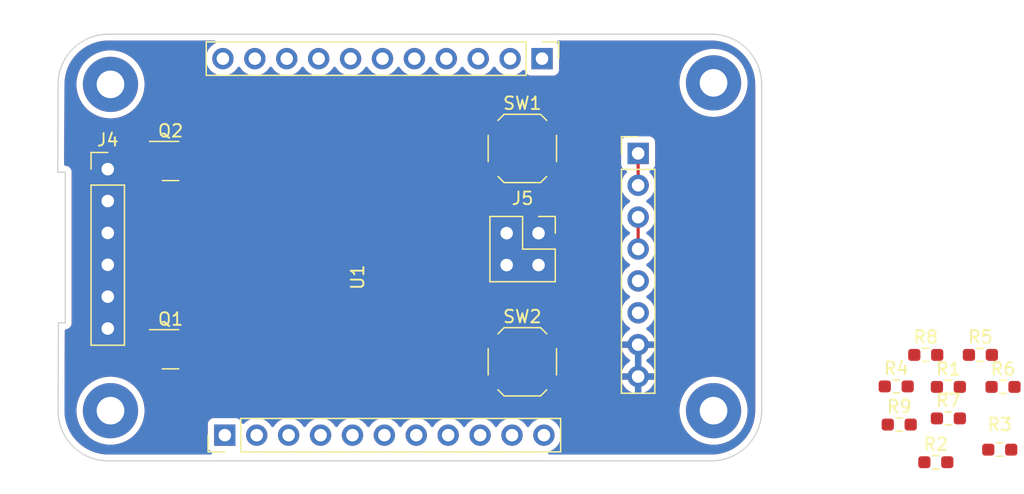
<source format=kicad_pcb>
(kicad_pcb (version 20211014) (generator pcbnew)
  (layers (0 "F.Cu" signal) (31 "B.Cu" signal) (34 "B.Paste" user) (35 "F.Paste" user) (36 "B.SilkS" user "B.Silkscreen") (37 "F.SilkS" user "F.Silkscreen") (38 "B.Mask" user) (39 "F.Mask" user) (44 "Edge.Cuts" user))
  (net 0 "")
  (net 1 "GND")
  (net 2 "/A0")
  (net 3 "/A1")
  (net 4 "/A2")
  (net 5 "VCC")
  (net 6 "/D1")
  (net 7 "/D0")
  (net 8 "/D2")
  (net 9 "/D7")
  (net 10 "/D14")
  (net 11 "/D15")
  (net 12 "/D16")
  (net 13 "/D17")
  (net 14 "/D11")
  (net 15 "/D3")
  (net 16 "/D4_A6")
  (net 17 "/D12_A10")
  (net 18 "/D6_A7")
  (net 19 "/D8")
  (net 20 "/D9_A8")
  (net 21 "/D10")
  (net 22 "/D5")
  (net 23 "/D13")
  (net 24 "/A3")
  (net 25 "/A4")
  (net 26 "/A5")
  (net 27 "+3V3")
  (net 28 "/RTS")
  (net 29 "/GPIO16")
  (net 30 "/GPIO14")
  (net 31 "/GPIO12")
  (net 32 "/GPIO13")
  (net 33 "/DTR")
  (net 34 "Net-(Q1-Pad2)")
  (net 35 "/GPIO0")
  (net 36 "/RESET")
  (net 37 "Net-(Q2-Pad2)")
  (net 38 "Net-(R1-Pad2)")
  (net 39 "/SCL")
  (net 40 "/SDA")
  (net 41 "Net-(R6-Pad1)")
  (net 42 "Net-(R7-Pad1)")
  (footprint "Connector_PinHeader_2.54mm:PinHeader_1x11_P2.54mm_Vertical" (layer "F.Cu") (at 118.56798 50.84452 -90)
    (fp_text reference "J1")
    (fp_text value "Conn_01x11")
    (fp_line (start -1.33 0) (end -1.33 -1.33) (layer "F.SilkS") (width 0.12))
    (fp_line (start 1.33 1.27) (end 1.33 26.73) (layer "F.SilkS") (width 0.12))
    (fp_line (start -1.33 -1.33) (end 0 -1.33) (layer "F.SilkS") (width 0.12))
    (fp_line (start -1.33 1.27) (end 1.33 1.27) (layer "F.SilkS") (width 0.12))
    (fp_line (start -1.33 1.27) (end -1.33 26.73) (layer "F.SilkS") (width 0.12))
    (fp_line (start -1.33 26.73) (end 1.33 26.73) (layer "F.SilkS") (width 0.12))
    (pad "1" thru_hole rect locked (at 0 0 270) (size 1.7 1.7) (drill 1) (layers *.Cu *.Mask) (net 2 "/A0"))
    (pad "2" thru_hole oval locked (at 0 2.54 270) (size 1.7 1.7) (drill 1) (layers *.Cu *.Mask) (net 3 "/A1"))
    (pad "3" thru_hole oval locked (at 0 5.08 270) (size 1.7 1.7) (drill 1) (layers *.Cu *.Mask) (net 4 "/A2"))
    (pad "4" thru_hole oval locked (at 0 7.62 270) (size 1.7 1.7) (drill 1) (layers *.Cu *.Mask) (net 24 "/A3"))
    (pad "5" thru_hole oval locked (at 0 10.16 270) (size 1.7 1.7) (drill 1) (layers *.Cu *.Mask) (net 25 "/A4"))
    (pad "6" thru_hole oval locked (at 0 12.7 270) (size 1.7 1.7) (drill 1) (layers *.Cu *.Mask) (net 26 "/A5"))
    (pad "7" thru_hole oval locked (at 0 15.24 270) (size 1.7 1.7) (drill 1) (layers *.Cu *.Mask) (net 9 "/D7"))
    (pad "8" thru_hole oval locked (at 0 17.78 270) (size 1.7 1.7) (drill 1) (layers *.Cu *.Mask) (net 10 "/D14"))
    (pad "9" thru_hole oval locked (at 0 20.32 270) (size 1.7 1.7) (drill 1) (layers *.Cu *.Mask) (net 11 "/D15"))
    (pad "10" thru_hole oval locked (at 0 22.86 270) (size 1.7 1.7) (drill 1) (layers *.Cu *.Mask) (net 12 "/D16"))
    (pad "11" thru_hole oval locked (at 0 25.4 270) (size 1.7 1.7) (drill 1) (layers *.Cu *.Mask) (net 13 "/D17"))
  )
  (footprint "Package_TO_SOT_SMD:SOT-23" (layer "F.Cu") (at 89 59)
    (fp_text reference "Q2" (at 0 -2.4) (layer "F.SilkS"))
    (fp_text value "2N3904")
    (fp_line (start 0 1.56) (end 0.65 1.56) (layer "F.SilkS") (width 0.12))
    (fp_line (start 0 -1.56) (end -1.675 -1.56) (layer "F.SilkS") (width 0.12))
    (fp_line (start 0 1.56) (end -0.65 1.56) (layer "F.SilkS") (width 0.12))
    (fp_line (start 0 -1.56) (end 0.65 -1.56) (layer "F.SilkS") (width 0.12))
    (pad "1" smd roundrect locked (at -0.9375 -0.95) (size 1.475 0.6) (layers "F.Cu" "F.Paste" "F.Mask") (net 36 "/RESET"))
    (pad "2" smd roundrect locked (at -0.9375 0.95) (size 1.475 0.6) (layers "F.Cu" "F.Paste" "F.Mask") (net 37 "Net-(Q2-Pad2)"))
    (pad "3" smd roundrect locked (at 0.9375 0) (size 1.475 0.6) (layers "F.Cu" "F.Paste" "F.Mask") (net 28 "/RTS"))
  )
  (footprint "ESP8266:ESP-12E_SMD" (layer "F.Cu") (at 95 61.9125)
    (fp_text reference "U1" (at 8.89 6.35 90) (layer "F.SilkS"))
    (fp_text value "ESP-12F" hide)
    (pad "1" smd rect locked (at 0 0) (size 2.5 1.1) (drill (offset -0.7 0)) (layers "F.Cu" "F.Paste" "F.Mask") (net 36 "/RESET"))
    (pad "2" smd rect locked (at 0 2) (size 2.5 1.1) (drill (offset -0.7 0)) (layers "F.Cu" "F.Paste" "F.Mask"))
    (pad "3" smd rect locked (at 0 4) (size 2.5 1.1) (drill (offset -0.7 0)) (layers "F.Cu" "F.Paste" "F.Mask") (net 38 "Net-(R1-Pad2)"))
    (pad "4" smd rect locked (at 0 6) (size 2.5 1.1) (drill (offset -0.7 0)) (layers "F.Cu" "F.Paste" "F.Mask") (net 29 "/GPIO16"))
    (pad "5" smd rect locked (at 0 8) (size 2.5 1.1) (drill (offset -0.7 0)) (layers "F.Cu" "F.Paste" "F.Mask") (net 30 "/GPIO14"))
    (pad "6" smd rect locked (at 0 10) (size 2.5 1.1) (drill (offset -0.7 0)) (layers "F.Cu" "F.Paste" "F.Mask") (net 31 "/GPIO12"))
    (pad "7" smd rect locked (at 0 12) (size 2.5 1.1) (drill (offset -0.7 0)) (layers "F.Cu" "F.Paste" "F.Mask") (net 32 "/GPIO13"))
    (pad "8" smd rect locked (at 0 14) (size 2.5 1.1) (drill (offset -0.7 0)) (layers "F.Cu" "F.Paste" "F.Mask") (net 27 "+3V3"))
    (pad "9" smd rect locked (at 14 14) (size 2.5 1.1) (drill (offset 0.7 0)) (layers "F.Cu" "F.Paste" "F.Mask") (net 1 "GND"))
    (pad "10" smd rect locked (at 14 12) (size 2.5 1.1) (drill (offset 0.7 0)) (layers "F.Cu" "F.Paste" "F.Mask") (net 42 "Net-(R7-Pad1)"))
    (pad "11" smd rect locked (at 14 10) (size 2.5 1.1) (drill (offset 0.7 0)) (layers "F.Cu" "F.Paste" "F.Mask") (net 41 "Net-(R6-Pad1)"))
    (pad "12" smd rect locked (at 14 8) (size 2.5 1.1) (drill (offset 0.7 0)) (layers "F.Cu" "F.Paste" "F.Mask") (net 35 "/GPIO0"))
    (pad "13" smd rect locked (at 14 6) (size 2.5 1.1) (drill (offset 0.7 0)) (layers "F.Cu" "F.Paste" "F.Mask") (net 40 "/SDA"))
    (pad "14" smd rect locked (at 14 4) (size 2.5 1.1) (drill (offset 0.7 0)) (layers "F.Cu" "F.Paste" "F.Mask") (net 39 "/SCL"))
    (pad "15" smd rect locked (at 14 2) (size 2.5 1.1) (drill (offset 0.7 0)) (layers "F.Cu" "F.Paste" "F.Mask") (net 6 "/D1"))
    (pad "16" smd rect locked (at 14 0) (size 2.5 1.1) (drill (offset 0.7 0)) (layers "F.Cu" "F.Paste" "F.Mask") (net 7 "/D0"))
    (pad "17" smd rect locked (at 1.99 15 90) (size 2.5 1.1) (drill (offset -0.7 0)) (layers "F.Cu" "F.Paste" "F.Mask"))
    (pad "18" smd rect locked (at 3.99 15 90) (size 2.5 1.1) (drill (offset -0.7 0)) (layers "F.Cu" "F.Paste" "F.Mask"))
    (pad "19" smd rect locked (at 5.99 15 90) (size 2.5 1.1) (drill (offset -0.7 0)) (layers "F.Cu" "F.Paste" "F.Mask"))
    (pad "20" smd rect locked (at 7.99 15 90) (size 2.5 1.1) (drill (offset -0.7 0)) (layers "F.Cu" "F.Paste" "F.Mask"))
    (pad "21" smd rect locked (at 9.99 15 90) (size 2.5 1.1) (drill (offset -0.7 0)) (layers "F.Cu" "F.Paste" "F.Mask"))
    (pad "22" smd rect locked (at 11.99 15 90) (size 2.5 1.1) (drill (offset -0.7 0)) (layers "F.Cu" "F.Paste" "F.Mask"))
  )
  (footprint "Package_TO_SOT_SMD:SOT-23" (layer "F.Cu") (at 89 74)
    (fp_text reference "Q1" (at 0 -2.4) (layer "F.SilkS"))
    (fp_text value "2N3904")
    (fp_line (start 0 1.56) (end -0.65 1.56) (layer "F.SilkS") (width 0.12))
    (fp_line (start 0 -1.56) (end -1.675 -1.56) (layer "F.SilkS") (width 0.12))
    (fp_line (start 0 -1.56) (end 0.65 -1.56) (layer "F.SilkS") (width 0.12))
    (fp_line (start 0 1.56) (end 0.65 1.56) (layer "F.SilkS") (width 0.12))
    (pad "1" smd roundrect locked (at -0.9375 -0.95) (size 1.475 0.6) (layers "F.Cu" "F.Paste" "F.Mask") (net 33 "/DTR"))
    (pad "2" smd roundrect locked (at -0.9375 0.95) (size 1.475 0.6) (layers "F.Cu" "F.Paste" "F.Mask") (net 34 "Net-(Q1-Pad2)"))
    (pad "3" smd roundrect locked (at 0.9375 0) (size 1.475 0.6) (layers "F.Cu" "F.Paste" "F.Mask") (net 35 "/GPIO0"))
  )
  (footprint "Resistor_SMD:R_0603_1608Metric_Pad0.98x0.95mm_HandSolder" (layer "F.Cu") (at 150.9125 77)
    (fp_text reference "R1" (at 0 -1.43) (layer "F.SilkS"))
    (fp_text value "10K")
    (fp_line (start -0.254724 0.5225) (end 0.254724 0.5225) (layer "F.SilkS") (width 0.12))
    (fp_line (start -0.254724 -0.5225) (end 0.254724 -0.5225) (layer "F.SilkS") (width 0.12))
    (pad "1" smd roundrect locked (at -0.9125 0) (size 0.975 0.95) (layers "F.Cu" "F.Paste" "F.Mask") (net 27 "+3V3"))
    (pad "2" smd roundrect locked (at 0.9125 0) (size 0.975 0.95) (layers "F.Cu" "F.Paste" "F.Mask") (net 38 "Net-(R1-Pad2)"))
  )
  (footprint "Resistor_SMD:R_0603_1608Metric_Pad0.98x0.95mm_HandSolder" (layer "F.Cu") (at 147 80)
    (fp_text reference "R9" (at 0 -1.43) (layer "F.SilkS"))
    (fp_text value "10K")
    (fp_line (start -0.254724 -0.5225) (end 0.254724 -0.5225) (layer "F.SilkS") (width 0.12))
    (fp_line (start -0.254724 0.5225) (end 0.254724 0.5225) (layer "F.SilkS") (width 0.12))
    (pad "1" smd roundrect locked (at -0.9125 0) (size 0.975 0.95) (layers "F.Cu" "F.Paste" "F.Mask") (net 37 "Net-(Q2-Pad2)"))
    (pad "2" smd roundrect locked (at 0.9125 0) (size 0.975 0.95) (layers "F.Cu" "F.Paste" "F.Mask") (net 33 "/DTR"))
  )
  (footprint "Resistor_SMD:R_0603_1608Metric_Pad0.98x0.95mm_HandSolder" (layer "F.Cu") (at 149.9125 83)
    (fp_text reference "R2" (at 0 -1.43) (layer "F.SilkS"))
    (fp_text value "10K")
    (fp_line (start -0.254724 0.5225) (end 0.254724 0.5225) (layer "F.SilkS") (width 0.12))
    (fp_line (start -0.254724 -0.5225) (end 0.254724 -0.5225) (layer "F.SilkS") (width 0.12))
    (pad "1" smd roundrect locked (at -0.9125 0) (size 0.975 0.95) (layers "F.Cu" "F.Paste" "F.Mask") (net 27 "+3V3"))
    (pad "2" smd roundrect locked (at 0.9125 0) (size 0.975 0.95) (layers "F.Cu" "F.Paste" "F.Mask") (net 36 "/RESET"))
  )
  (footprint "Connector_PinHeader_2.54mm:PinHeader_1x08_P2.54mm_Vertical" (layer "F.Cu") (at 126.21798 58.39452)
    (fp_text reference "J2")
    (fp_text value "Conn_01x08")
    (fp_line (start -1.33 0) (end -1.33 -1.33) (layer "F.SilkS") (width 0.12))
    (fp_line (start -1.33 -1.33) (end 0 -1.33) (layer "F.SilkS") (width 0.12))
    (fp_line (start 1.33 1.27) (end 1.33 19.11) (layer "F.SilkS") (width 0.12))
    (fp_line (start -1.33 1.27) (end 1.33 1.27) (layer "F.SilkS") (width 0.12))
    (fp_line (start -1.33 19.11) (end 1.33 19.11) (layer "F.SilkS") (width 0.12))
    (fp_line (start -1.33 1.27) (end -1.33 19.11) (layer "F.SilkS") (width 0.12))
    (pad "1" thru_hole rect locked (at 0 0) (size 1.7 1.7) (drill 1) (layers *.Cu *.Mask) (net 27 "+3V3"))
    (pad "2" thru_hole oval locked (at 0 2.54) (size 1.7 1.7) (drill 1) (layers *.Cu *.Mask) (net 27 "+3V3"))
    (pad "3" thru_hole oval locked (at 0 5.08) (size 1.7 1.7) (drill 1) (layers *.Cu *.Mask) (net 5 "VCC"))
    (pad "4" thru_hole oval locked (at 0 7.62) (size 1.7 1.7) (drill 1) (layers *.Cu *.Mask) (net 5 "VCC"))
    (pad "5" thru_hole oval locked (at 0 10.16) (size 1.7 1.7) (drill 1) (layers *.Cu *.Mask) (net 23 "/D13"))
    (pad "6" thru_hole oval locked (at 0 12.7) (size 1.7 1.7) (drill 1) (layers *.Cu *.Mask) (net 22 "/D5"))
    (pad "7" thru_hole oval locked (at 0 15.24) (size 1.7 1.7) (drill 1) (layers *.Cu *.Mask) (net 1 "GND"))
    (pad "8" thru_hole oval locked (at 0 17.78) (size 1.7 1.7) (drill 1) (layers *.Cu *.Mask) (net 1 "GND"))
  )
  (footprint "Button_Switch_SMD:SW_SPST_SKQG_WithStem" (layer "F.Cu") (at 117 58)
    (fp_text reference "SW1" (at 0 -3.6) (layer "F.SilkS"))
    (fp_text value "RESET_SWITCH")
    (fp_line (start -1.45 -2.72) (end -1.94 -2.23) (layer "F.SilkS") (width 0.12))
    (fp_line (start -1.45 -2.72) (end 1.45 -2.72) (layer "F.SilkS") (width 0.12))
    (fp_line (start -1.45 2.72) (end -1.94 2.23) (layer "F.SilkS") (width 0.12))
    (fp_line (start -1.45 2.72) (end 1.45 2.72) (layer "F.SilkS") (width 0.12))
    (fp_line (start 1.45 2.72) (end 1.94 2.23) (layer "F.SilkS") (width 0.12))
    (fp_line (start 2.72 1.04) (end 2.72 -1.04) (layer "F.SilkS") (width 0.12))
    (fp_line (start 1.45 -2.72) (end 1.94 -2.23) (layer "F.SilkS") (width 0.12))
    (fp_line (start -2.72 1.04) (end -2.72 -1.04) (layer "F.SilkS") (width 0.12))
    (pad "1" smd rect locked (at 3.1 -1.85) (size 1.8 1.1) (layers "F.Cu" "F.Paste" "F.Mask") (net 36 "/RESET"))
    (pad "1" smd rect locked (at -3.1 -1.85) (size 1.8 1.1) (layers "F.Cu" "F.Paste" "F.Mask") (net 36 "/RESET"))
    (pad "2" smd rect locked (at -3.1 1.85) (size 1.8 1.1) (layers "F.Cu" "F.Paste" "F.Mask") (net 1 "GND"))
    (pad "2" smd rect locked (at 3.1 1.85) (size 1.8 1.1) (layers "F.Cu" "F.Paste" "F.Mask") (net 1 "GND"))
  )
  (footprint "Connector_PinSocket_2.54mm:PinSocket_2x02_P2.54mm_Vertical" (layer "F.Cu") (at 118.29 64.75)
    (fp_text reference "J5" (at -1.27 -2.77) (layer "F.SilkS"))
    (fp_text value "Conn_01x11")
    (fp_line (start -3.87 -1.33) (end -1.27 -1.33) (layer "F.SilkS") (width 0.12))
    (fp_line (start 1.33 1.27) (end 1.33 3.87) (layer "F.SilkS") (width 0.12))
    (fp_line (start -1.27 -1.33) (end -1.27 1.27) (layer "F.SilkS") (width 0.12))
    (fp_line (start -1.27 1.27) (end 1.33 1.27) (layer "F.SilkS") (width 0.12))
    (fp_line (start -3.87 3.87) (end 1.33 3.87) (layer "F.SilkS") (width 0.12))
    (fp_line (start 1.33 -1.33) (end 1.33 0) (layer "F.SilkS") (width 0.12))
    (fp_line (start -3.87 -1.33) (end -3.87 3.87) (layer "F.SilkS") (width 0.12))
    (fp_line (start 0 -1.33) (end 1.33 -1.33) (layer "F.SilkS") (width 0.12))
    (pad "1" thru_hole rect locked (at 0 0) (size 1.7 1.7) (drill 1) (layers *.Cu *.Mask) (net 29 "/GPIO16"))
    (pad "2" thru_hole oval locked (at -2.54 0) (size 1.7 1.7) (drill 1) (layers *.Cu *.Mask) (net 30 "/GPIO14"))
    (pad "3" thru_hole oval locked (at 0 2.54) (size 1.7 1.7) (drill 1) (layers *.Cu *.Mask) (net 31 "/GPIO12"))
    (pad "4" thru_hole oval locked (at -2.54 2.54) (size 1.7 1.7) (drill 1) (layers *.Cu *.Mask) (net 32 "/GPIO13"))
  )
  (footprint "Button_Switch_SMD:SW_SPST_SKQG_WithStem" (layer "F.Cu") (at 117 75)
    (fp_text reference "SW2" (at 0 -3.6) (layer "F.SilkS"))
    (fp_text value "FLASH_SWITCH")
    (fp_line (start 1.45 -2.72) (end 1.94 -2.23) (layer "F.SilkS") (width 0.12))
    (fp_line (start 1.45 2.72) (end 1.94 2.23) (layer "F.SilkS") (width 0.12))
    (fp_line (start -1.45 2.72) (end -1.94 2.23) (layer "F.SilkS") (width 0.12))
    (fp_line (start -1.45 2.72) (end 1.45 2.72) (layer "F.SilkS") (width 0.12))
    (fp_line (start -1.45 -2.72) (end -1.94 -2.23) (layer "F.SilkS") (width 0.12))
    (fp_line (start 2.72 1.04) (end 2.72 -1.04) (layer "F.SilkS") (width 0.12))
    (fp_line (start -2.72 1.04) (end -2.72 -1.04) (layer "F.SilkS") (width 0.12))
    (fp_line (start -1.45 -2.72) (end 1.45 -2.72) (layer "F.SilkS") (width 0.12))
    (pad "1" smd rect locked (at -3.1 -1.85) (size 1.8 1.1) (layers "F.Cu" "F.Paste" "F.Mask") (net 35 "/GPIO0"))
    (pad "1" smd rect locked (at 3.1 -1.85) (size 1.8 1.1) (layers "F.Cu" "F.Paste" "F.Mask") (net 35 "/GPIO0"))
    (pad "2" smd rect locked (at -3.1 1.85) (size 1.8 1.1) (layers "F.Cu" "F.Paste" "F.Mask") (net 1 "GND"))
    (pad "2" smd rect locked (at 3.1 1.85) (size 1.8 1.1) (layers "F.Cu" "F.Paste" "F.Mask") (net 1 "GND"))
  )
  (footprint "Resistor_SMD:R_0603_1608Metric_Pad0.98x0.95mm_HandSolder" (layer "F.Cu") (at 155 82)
    (fp_text reference "R3" (at 0 -2) (layer "F.SilkS"))
    (fp_text value "10K")
    (fp_line (start -0.254724 -0.5225) (end 0.254724 -0.5225) (layer "F.SilkS") (width 0.12))
    (fp_line (start -0.254724 0.5225) (end 0.254724 0.5225) (layer "F.SilkS") (width 0.12))
    (pad "1" smd roundrect locked (at -0.9125 0) (size 0.975 0.95) (layers "F.Cu" "F.Paste" "F.Mask") (net 27 "+3V3"))
    (pad "2" smd roundrect locked (at 0.9125 0) (size 0.975 0.95) (layers "F.Cu" "F.Paste" "F.Mask") (net 39 "/SCL"))
  )
  (footprint "Connector_PinHeader_2.54mm:PinHeader_1x06_P2.54mm_Vertical" (layer "F.Cu") (at 84 59.65)
    (fp_text reference "J4" (at 0 -2.33) (layer "F.SilkS"))
    (fp_text value "Conn_02x02_Odd_Even")
    (fp_line (start -1.33 14.03) (end 1.33 14.03) (layer "F.SilkS") (width 0.12))
    (fp_line (start -1.33 1.27) (end 1.33 1.27) (layer "F.SilkS") (width 0.12))
    (fp_line (start 1.33 1.27) (end 1.33 14.03) (layer "F.SilkS") (width 0.12))
    (fp_line (start -1.33 1.27) (end -1.33 14.03) (layer "F.SilkS") (width 0.12))
    (fp_line (start -1.33 0) (end -1.33 -1.33) (layer "F.SilkS") (width 0.12))
    (fp_line (start -1.33 -1.33) (end 0 -1.33) (layer "F.SilkS") (width 0.12))
    (pad "1" thru_hole rect locked (at 0 0) (size 1.7 1.7) (drill 1) (layers *.Cu *.Mask) (net 1 "GND"))
    (pad "2" thru_hole oval locked (at 0 2.54) (size 1.7 1.7) (drill 1) (layers *.Cu *.Mask) (net 28 "/RTS"))
    (pad "3" thru_hole oval locked (at 0 5.08) (size 1.7 1.7) (drill 1) (layers *.Cu *.Mask) (net 27 "+3V3"))
    (pad "4" thru_hole oval locked (at 0 7.62) (size 1.7 1.7) (drill 1) (layers *.Cu *.Mask) (net 7 "/D0"))
    (pad "5" thru_hole oval locked (at 0 10.16) (size 1.7 1.7) (drill 1) (layers *.Cu *.Mask) (net 6 "/D1"))
    (pad "6" thru_hole oval locked (at 0 12.7) (size 1.7 1.7) (drill 1) (layers *.Cu *.Mask) (net 33 "/DTR"))
  )
  (footprint "MountingHole:MountingHole_2.2mm_M2_Pad" (layer "F.Cu") (at 84.21798 78.89452)
    (fp_text reference "H3")
    (fp_text value "MountingHole")
    (pad "1" thru_hole circle locked (at 0 0) (size 4.4 4.4) (drill 2.2) (layers *.Cu *.Mask))
  )
  (footprint "Connector_PinHeader_2.54mm:PinHeader_1x11_P2.54mm_Vertical" (layer "F.Cu") (at 93.31798 80.84452 90)
    (fp_text reference "J3")
    (fp_text value "Conn_01x11")
    (fp_line (start -1.33 26.73) (end 1.33 26.73) (layer "F.SilkS") (width 0.12))
    (fp_line (start -1.33 0) (end -1.33 -1.33) (layer "F.SilkS") (width 0.12))
    (fp_line (start -1.33 1.27) (end -1.33 26.73) (layer "F.SilkS") (width 0.12))
    (fp_line (start 1.33 1.27) (end 1.33 26.73) (layer "F.SilkS") (width 0.12))
    (fp_line (start -1.33 1.27) (end 1.33 1.27) (layer "F.SilkS") (width 0.12))
    (fp_line (start -1.33 -1.33) (end 0 -1.33) (layer "F.SilkS") (width 0.12))
    (pad "1" thru_hole rect locked (at 0 0 90) (size 1.7 1.7) (drill 1) (layers *.Cu *.Mask) (net 14 "/D11"))
    (pad "2" thru_hole oval locked (at 0 2.54 90) (size 1.7 1.7) (drill 1) (layers *.Cu *.Mask) (net 15 "/D3"))
    (pad "3" thru_hole oval locked (at 0 5.08 90) (size 1.7 1.7) (drill 1) (layers *.Cu *.Mask) (net 8 "/D2"))
    (pad "4" thru_hole oval locked (at 0 7.62 90) (size 1.7 1.7) (drill 1) (layers *.Cu *.Mask) (net 6 "/D1"))
    (pad "5" thru_hole oval locked (at 0 10.16 90) (size 1.7 1.7) (drill 1) (layers *.Cu *.Mask) (net 7 "/D0"))
    (pad "6" thru_hole oval locked (at 0 12.7 90) (size 1.7 1.7) (drill 1) (layers *.Cu *.Mask) (net 16 "/D4_A6"))
    (pad "7" thru_hole oval locked (at 0 15.24 90) (size 1.7 1.7) (drill 1) (layers *.Cu *.Mask) (net 17 "/D12_A10"))
    (pad "8" thru_hole oval locked (at 0 17.78 90) (size 1.7 1.7) (drill 1) (layers *.Cu *.Mask) (net 18 "/D6_A7"))
    (pad "9" thru_hole oval locked (at 0 20.32 90) (size 1.7 1.7) (drill 1) (layers *.Cu *.Mask) (net 19 "/D8"))
    (pad "10" thru_hole oval locked (at 0 22.86 90) (size 1.7 1.7) (drill 1) (layers *.Cu *.Mask) (net 20 "/D9_A8"))
    (pad "11" thru_hole oval locked (at 0 25.4 90) (size 1.7 1.7) (drill 1) (layers *.Cu *.Mask) (net 21 "/D10"))
  )
  (footprint "Resistor_SMD:R_0603_1608Metric_Pad0.98x0.95mm_HandSolder" (layer "F.Cu") (at 153.46 74.45)
    (fp_text reference "R5" (at 0 -1.43) (layer "F.SilkS"))
    (fp_text value "10K")
    (fp_line (start -0.254724 -0.5225) (end 0.254724 -0.5225) (layer "F.SilkS") (width 0.12))
    (fp_line (start -0.254724 0.5225) (end 0.254724 0.5225) (layer "F.SilkS") (width 0.12))
    (pad "1" smd roundrect locked (at -0.9125 0) (size 0.975 0.95) (layers "F.Cu" "F.Paste" "F.Mask") (net 27 "+3V3"))
    (pad "2" smd roundrect locked (at 0.9125 0) (size 0.975 0.95) (layers "F.Cu" "F.Paste" "F.Mask") (net 35 "/GPIO0"))
  )
  (footprint "MountingHole:MountingHole_2.2mm_M2_Pad" (layer "F.Cu") (at 132.21798 52.77452)
    (fp_text reference "H2")
    (fp_text value "MountingHole")
    (pad "1" thru_hole circle locked (at 0 0) (size 4.4 4.4) (drill 2.2) (layers *.Cu *.Mask))
  )
  (footprint "Resistor_SMD:R_0603_1608Metric_Pad0.98x0.95mm_HandSolder" (layer "F.Cu") (at 146.76 76.96)
    (fp_text reference "R4" (at 0 -1.43) (layer "F.SilkS"))
    (fp_text value "10K")
    (fp_line (start -0.254724 0.5225) (end 0.254724 0.5225) (layer "F.SilkS") (width 0.12))
    (fp_line (start -0.254724 -0.5225) (end 0.254724 -0.5225) (layer "F.SilkS") (width 0.12))
    (pad "1" smd roundrect locked (at -0.9125 0) (size 0.975 0.95) (layers "F.Cu" "F.Paste" "F.Mask") (net 27 "+3V3"))
    (pad "2" smd roundrect locked (at 0.9125 0) (size 0.975 0.95) (layers "F.Cu" "F.Paste" "F.Mask") (net 40 "/SDA"))
  )
  (footprint "MountingHole:MountingHole_2.2mm_M2_Pad" (layer "F.Cu") (at 132.21798 78.89452)
    (fp_text reference "H4")
    (fp_text value "MountingHole")
    (pad "1" thru_hole circle locked (at 0 0) (size 4.4 4.4) (drill 2.2) (layers *.Cu *.Mask))
  )
  (footprint "Resistor_SMD:R_0603_1608Metric_Pad0.98x0.95mm_HandSolder" (layer "F.Cu") (at 149.11 74.45)
    (fp_text reference "R8" (at 0 -1.43) (layer "F.SilkS"))
    (fp_text value "10K")
    (fp_line (start -0.254724 -0.5225) (end 0.254724 -0.5225) (layer "F.SilkS") (width 0.12))
    (fp_line (start -0.254724 0.5225) (end 0.254724 0.5225) (layer "F.SilkS") (width 0.12))
    (pad "1" smd roundrect locked (at -0.9125 0) (size 0.975 0.95) (layers "F.Cu" "F.Paste" "F.Mask") (net 34 "Net-(Q1-Pad2)"))
    (pad "2" smd roundrect locked (at 0.9125 0) (size 0.975 0.95) (layers "F.Cu" "F.Paste" "F.Mask") (net 28 "/RTS"))
  )
  (footprint "Resistor_SMD:R_0603_1608Metric_Pad0.98x0.95mm_HandSolder" (layer "F.Cu") (at 155.2625 77)
    (fp_text reference "R6" (at 0 -1.43) (layer "F.SilkS"))
    (fp_text value "10K")
    (fp_line (start -0.254724 -0.5225) (end 0.254724 -0.5225) (layer "F.SilkS") (width 0.12))
    (fp_line (start -0.254724 0.5225) (end 0.254724 0.5225) (layer "F.SilkS") (width 0.12))
    (pad "1" smd roundrect locked (at -0.9125 0) (size 0.975 0.95) (layers "F.Cu" "F.Paste" "F.Mask") (net 41 "Net-(R6-Pad1)"))
    (pad "2" smd roundrect locked (at 0.9125 0) (size 0.975 0.95) (layers "F.Cu" "F.Paste" "F.Mask") (net 27 "+3V3"))
  )
  (footprint "Resistor_SMD:R_0603_1608Metric_Pad0.98x0.95mm_HandSolder" (layer "F.Cu") (at 150.9125 79.51)
    (fp_text reference "R7" (at 0 -1.43) (layer "F.SilkS"))
    (fp_text value "10K")
    (fp_line (start -0.254724 -0.5225) (end 0.254724 -0.5225) (layer "F.SilkS") (width 0.12))
    (fp_line (start -0.254724 0.5225) (end 0.254724 0.5225) (layer "F.SilkS") (width 0.12))
    (pad "1" smd roundrect locked (at -0.9125 0) (size 0.975 0.95) (layers "F.Cu" "F.Paste" "F.Mask") (net 42 "Net-(R7-Pad1)"))
    (pad "2" smd roundrect locked (at 0.9125 0) (size 0.975 0.95) (layers "F.Cu" "F.Paste" "F.Mask") (net 1 "GND"))
  )
  (footprint "MountingHole:MountingHole_2.2mm_M2_Pad" (layer "F.Cu") (at 84.21798 52.89452)
    (fp_text reference "H1")
    (fp_text value "MountingHole")
    (pad "1" thru_hole circle locked (at 0 0) (size 4.4 4.4) (drill 2.2) (layers *.Cu *.Mask))
  )
  (gr_arc (start 80.046407 52.89452) (mid 81.21798 50.066093) (end 84.046407 48.89452) (layer "Edge.Cuts") (width 0.1))
  (gr_arc (start 136.046407 78.89452) (mid 134.874834 81.722947) (end 132.046407 82.89452) (layer "Edge.Cuts") (width 0.1))
  (gr_line (start 80.61798 59.89452) (end 80.01798 59.89452) (layer "Edge.Cuts") (width 0.1))
  (gr_line (start 80.046407 52.89452) (end 80.01798 59.89452) (layer "Edge.Cuts") (width 0.1))
  (gr_line (start 80.61798 71.89452) (end 80.61798 59.89452) (layer "Edge.Cuts") (width 0.1))
  (gr_line (start 132.046407 82.89452) (end 84.046407 82.89452) (layer "Edge.Cuts") (width 0.1))
  (gr_line (start 80.074834 71.89452) (end 80.046407 78.89452) (layer "Edge.Cuts") (width 0.1))
  (gr_arc (start 132.046407 48.89452) (mid 134.874834 50.066093) (end 136.046407 52.89452) (layer "Edge.Cuts") (width 0.1))
  (gr_line (start 136.046407 78.89452) (end 136.046407 52.89452) (layer "Edge.Cuts") (width 0.1))
  (gr_line (start 80.074834 71.89452) (end 80.61798 71.89452) (layer "Edge.Cuts") (width 0.1))
  (gr_arc (start 84.046407 82.89452) (mid 81.21798 81.722947) (end 80.046407 78.89452) (layer "Edge.Cuts") (width 0.1))
  (gr_line (start 132.046407 48.89452) (end 84.046407 48.89452) (layer "Edge.Cuts") (width 0.1))
  (segment (start 126.21798 63.47452) (end 126.21798 66.01452) (width 0.25) (layer "F.Cu") (net 5))
  (segment (start 126.21798 60.93452) (end 126.21798 58.39452) (width 0.25) (layer "F.Cu") (net 27))
  (zone (net 1) (net_name "GND") (layers F&B.Cu) (connect_pads (clearance 0.508)) (min_thickness 0.254) (fill yes (thermal_gap 0.508) (thermal_bridge_width 0.508))
    (polygon (pts (xy 136.21798 82.89452) (xy 80.01798 82.89452) (xy 80.11798 48.89452) (xy 136.21798 48.89452)))
  )
)
</source>
